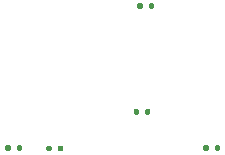
<source format=gbp>
%TF.GenerationSoftware,KiCad,Pcbnew,5.1.8*%
%TF.CreationDate,2020-12-29T13:57:53+01:00*%
%TF.ProjectId,CMM2-JLC,434d4d32-2d4a-44c4-932e-6b696361645f,E*%
%TF.SameCoordinates,Original*%
%TF.FileFunction,Paste,Bot*%
%TF.FilePolarity,Positive*%
%FSLAX46Y46*%
G04 Gerber Fmt 4.6, Leading zero omitted, Abs format (unit mm)*
G04 Created by KiCad (PCBNEW 5.1.8) date 2020-12-29 13:57:53*
%MOMM*%
%LPD*%
G01*
G04 APERTURE LIST*
G04 APERTURE END LIST*
%TO.C,C31*%
G36*
G01*
X88235200Y-77694500D02*
X88235200Y-77956700D01*
G75*
G02*
X88123100Y-78068800I-112100J0D01*
G01*
X87898900Y-78068800D01*
G75*
G02*
X87786800Y-77956700I0J112100D01*
G01*
X87786800Y-77694500D01*
G75*
G02*
X87898900Y-77582400I112100J0D01*
G01*
X88123100Y-77582400D01*
G75*
G02*
X88235200Y-77694500I0J-112100D01*
G01*
G37*
G36*
G01*
X89205200Y-77694500D02*
X89205200Y-77956700D01*
G75*
G02*
X89093100Y-78068800I-112100J0D01*
G01*
X88868900Y-78068800D01*
G75*
G02*
X88756800Y-77956700I0J112100D01*
G01*
X88756800Y-77694500D01*
G75*
G02*
X88868900Y-77582400I112100J0D01*
G01*
X89093100Y-77582400D01*
G75*
G02*
X89205200Y-77694500I0J-112100D01*
G01*
G37*
%TD*%
%TO.C,C23*%
G36*
G01*
X77578400Y-89983600D02*
X77578400Y-89721400D01*
G75*
G02*
X77690500Y-89609300I112100J0D01*
G01*
X77914700Y-89609300D01*
G75*
G02*
X78026800Y-89721400I0J-112100D01*
G01*
X78026800Y-89983600D01*
G75*
G02*
X77914700Y-90095700I-112100J0D01*
G01*
X77690500Y-90095700D01*
G75*
G02*
X77578400Y-89983600I0J112100D01*
G01*
G37*
G36*
G01*
X76608400Y-89983600D02*
X76608400Y-89721400D01*
G75*
G02*
X76720500Y-89609300I112100J0D01*
G01*
X76944700Y-89609300D01*
G75*
G02*
X77056800Y-89721400I0J-112100D01*
G01*
X77056800Y-89983600D01*
G75*
G02*
X76944700Y-90095700I-112100J0D01*
G01*
X76720500Y-90095700D01*
G75*
G02*
X76608400Y-89983600I0J112100D01*
G01*
G37*
%TD*%
%TO.C,C22*%
G36*
G01*
X80536600Y-89759500D02*
X80536600Y-90021700D01*
G75*
G02*
X80424500Y-90133800I-112100J0D01*
G01*
X80200300Y-90133800D01*
G75*
G02*
X80088200Y-90021700I0J112100D01*
G01*
X80088200Y-89759500D01*
G75*
G02*
X80200300Y-89647400I112100J0D01*
G01*
X80424500Y-89647400D01*
G75*
G02*
X80536600Y-89759500I0J-112100D01*
G01*
G37*
G36*
G01*
X81506600Y-89759500D02*
X81506600Y-90021700D01*
G75*
G02*
X81394500Y-90133800I-112100J0D01*
G01*
X81170300Y-90133800D01*
G75*
G02*
X81058200Y-90021700I0J112100D01*
G01*
X81058200Y-89759500D01*
G75*
G02*
X81170300Y-89647400I112100J0D01*
G01*
X81394500Y-89647400D01*
G75*
G02*
X81506600Y-89759500I0J-112100D01*
G01*
G37*
%TD*%
%TO.C,C5*%
G36*
G01*
X87905000Y-86648000D02*
X87905000Y-86910200D01*
G75*
G02*
X87792900Y-87022300I-112100J0D01*
G01*
X87568700Y-87022300D01*
G75*
G02*
X87456600Y-86910200I0J112100D01*
G01*
X87456600Y-86648000D01*
G75*
G02*
X87568700Y-86535900I112100J0D01*
G01*
X87792900Y-86535900D01*
G75*
G02*
X87905000Y-86648000I0J-112100D01*
G01*
G37*
G36*
G01*
X88875000Y-86648000D02*
X88875000Y-86910200D01*
G75*
G02*
X88762900Y-87022300I-112100J0D01*
G01*
X88538700Y-87022300D01*
G75*
G02*
X88426600Y-86910200I0J112100D01*
G01*
X88426600Y-86648000D01*
G75*
G02*
X88538700Y-86535900I112100J0D01*
G01*
X88762900Y-86535900D01*
G75*
G02*
X88875000Y-86648000I0J-112100D01*
G01*
G37*
%TD*%
%TO.C,C4*%
G36*
G01*
X93808100Y-89721400D02*
X93808100Y-89983600D01*
G75*
G02*
X93696000Y-90095700I-112100J0D01*
G01*
X93471800Y-90095700D01*
G75*
G02*
X93359700Y-89983600I0J112100D01*
G01*
X93359700Y-89721400D01*
G75*
G02*
X93471800Y-89609300I112100J0D01*
G01*
X93696000Y-89609300D01*
G75*
G02*
X93808100Y-89721400I0J-112100D01*
G01*
G37*
G36*
G01*
X94778100Y-89721400D02*
X94778100Y-89983600D01*
G75*
G02*
X94666000Y-90095700I-112100J0D01*
G01*
X94441800Y-90095700D01*
G75*
G02*
X94329700Y-89983600I0J112100D01*
G01*
X94329700Y-89721400D01*
G75*
G02*
X94441800Y-89609300I112100J0D01*
G01*
X94666000Y-89609300D01*
G75*
G02*
X94778100Y-89721400I0J-112100D01*
G01*
G37*
%TD*%
M02*

</source>
